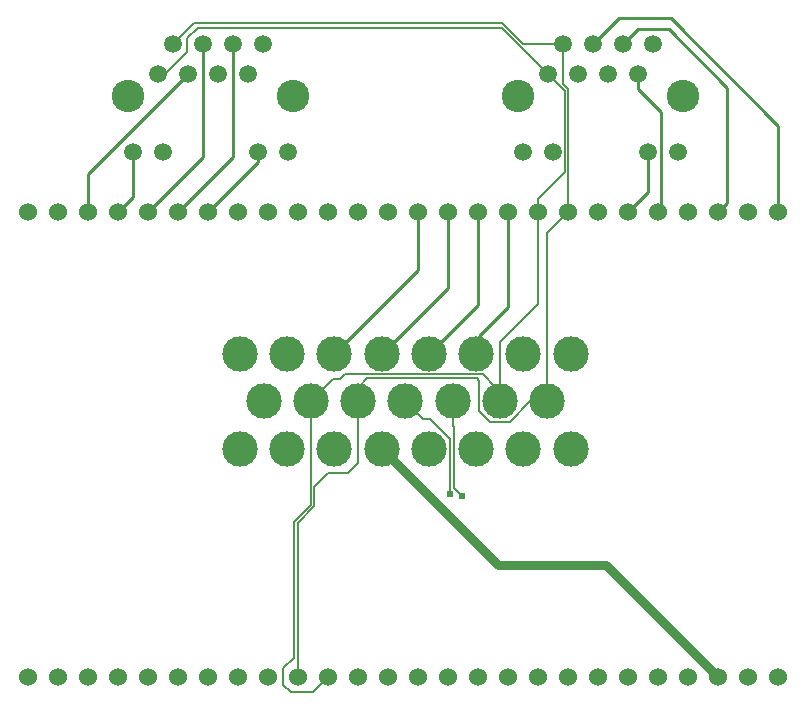
<source format=gtl>
G04 #@! TF.GenerationSoftware,KiCad,Pcbnew,5.0.2-bee76a0~70~ubuntu18.04.1*
G04 #@! TF.CreationDate,2019-05-01T23:50:06-04:00*
G04 #@! TF.ProjectId,external_board,65787465-726e-4616-9c5f-626f6172642e,rev?*
G04 #@! TF.SameCoordinates,Original*
G04 #@! TF.FileFunction,Copper,L1,Top*
G04 #@! TF.FilePolarity,Positive*
%FSLAX46Y46*%
G04 Gerber Fmt 4.6, Leading zero omitted, Abs format (unit mm)*
G04 Created by KiCad (PCBNEW 5.0.2-bee76a0~70~ubuntu18.04.1) date Wed 01 May 2019 11:50:06 PM EDT*
%MOMM*%
%LPD*%
G01*
G04 APERTURE LIST*
G04 #@! TA.AperFunction,ComponentPad*
%ADD10C,3.000000*%
G04 #@! TD*
G04 #@! TA.AperFunction,ComponentPad*
%ADD11C,1.500000*%
G04 #@! TD*
G04 #@! TA.AperFunction,ComponentPad*
%ADD12C,2.750000*%
G04 #@! TD*
G04 #@! TA.AperFunction,ComponentPad*
%ADD13C,1.524000*%
G04 #@! TD*
G04 #@! TA.AperFunction,ViaPad*
%ADD14C,0.609600*%
G04 #@! TD*
G04 #@! TA.AperFunction,Conductor*
%ADD15C,0.152400*%
G04 #@! TD*
G04 #@! TA.AperFunction,Conductor*
%ADD16C,0.762000*%
G04 #@! TD*
G04 #@! TA.AperFunction,Conductor*
%ADD17C,0.254000*%
G04 #@! TD*
G04 APERTURE END LIST*
D10*
G04 #@! TO.P,J1,23*
G04 #@! TO.N,/BSPD_Current_sense*
X165310000Y-77160000D03*
G04 #@! TO.P,J1,17*
G04 #@! TO.N,/Cooling_pressure_sense*
X141310000Y-77160000D03*
G04 #@! TO.P,J1,18*
G04 #@! TO.N,GND*
X145310000Y-77160000D03*
G04 #@! TO.P,J1,19*
G04 #@! TO.N,/Shutdown_IMD*
X149310000Y-77160000D03*
G04 #@! TO.P,J1,20*
G04 #@! TO.N,/Shutdown_Final*
X153310000Y-77160000D03*
G04 #@! TO.P,J1,21*
G04 #@! TO.N,/FAN_PWM*
X157310000Y-77160000D03*
G04 #@! TO.P,J1,22*
G04 #@! TO.N,/Shutdown_E-STOP*
X161310000Y-77160000D03*
G04 #@! TO.P,J1,10*
G04 #@! TO.N,/CAN_LOW*
X143310000Y-73160000D03*
G04 #@! TO.P,J1,11*
G04 #@! TO.N,/CAN_HIGH*
X147310000Y-73160000D03*
G04 #@! TO.P,J1,13*
G04 #@! TO.N,/emeter_CAN_LOW*
X155310000Y-73160000D03*
G04 #@! TO.P,J1,12*
G04 #@! TO.N,/emeter_CAN_HIGH*
X151310000Y-73160000D03*
G04 #@! TO.P,J1,14*
G04 #@! TO.N,/CAN_LOW*
X159310000Y-73160000D03*
G04 #@! TO.P,J1,15*
G04 #@! TO.N,/CAN_HIGH*
X163310000Y-73160000D03*
G04 #@! TO.P,J1,8*
G04 #@! TO.N,/12V*
X165310000Y-69160000D03*
G04 #@! TO.P,J1,7*
G04 #@! TO.N,GND*
X161310000Y-69160000D03*
G04 #@! TO.P,J1,6*
G04 #@! TO.N,/TSAL-_G*
X157310000Y-69160000D03*
G04 #@! TO.P,J1,4*
G04 #@! TO.N,/TSAL-_R*
X149310000Y-69160000D03*
G04 #@! TO.P,J1,5*
G04 #@! TO.N,/TSAL+_G*
X153310000Y-69160000D03*
G04 #@! TO.P,J1,3*
G04 #@! TO.N,/TSAL+_R*
X145310000Y-69160000D03*
G04 #@! TO.P,J1,2*
G04 #@! TO.N,/12V*
X141310000Y-69160000D03*
G04 #@! TO.P,J1,16*
G04 #@! TO.N,/5V_AIR*
X137310000Y-77160000D03*
G04 #@! TO.P,J1,9*
G04 #@! TO.N,GND*
X139310000Y-73160000D03*
G04 #@! TO.P,J1,1*
X137310000Y-69160000D03*
G04 #@! TD*
D11*
G04 #@! TO.P,U1,12*
G04 #@! TO.N,/LED2_BMS*
X128270000Y-52070000D03*
G04 #@! TO.P,U1,11*
G04 #@! TO.N,GND*
X130810000Y-52070000D03*
G04 #@! TO.P,U1,9*
X141370000Y-52070000D03*
G04 #@! TO.P,U1,10*
G04 #@! TO.N,/LED1_BMS*
X138830000Y-52070000D03*
G04 #@! TO.P,U1,1*
G04 #@! TO.N,/CAN_LOW*
X130370000Y-45440000D03*
G04 #@! TO.P,U1,3*
G04 #@! TO.N,/RESET_BMS*
X132910000Y-45440000D03*
G04 #@! TO.P,U1,5*
G04 #@! TO.N,/MISO_BMS*
X135450000Y-45440000D03*
G04 #@! TO.P,U1,7*
G04 #@! TO.N,/5V_BMS*
X137990000Y-45440000D03*
G04 #@! TO.P,U1,2*
G04 #@! TO.N,/CAN_HIGH*
X131640000Y-42900000D03*
G04 #@! TO.P,U1,4*
G04 #@! TO.N,/SCK_BMS*
X134180000Y-42900000D03*
G04 #@! TO.P,U1,6*
G04 #@! TO.N,/MOSI_BMS*
X136720000Y-42900000D03*
G04 #@! TO.P,U1,8*
G04 #@! TO.N,GND*
X139260000Y-42900000D03*
D12*
G04 #@! TO.P,U1,13*
X127870000Y-47320000D03*
G04 #@! TO.P,U1,14*
X141770000Y-47320000D03*
G04 #@! TD*
G04 #@! TO.P,U2,14*
G04 #@! TO.N,GND*
X174790000Y-47320000D03*
G04 #@! TO.P,U2,13*
X160890000Y-47320000D03*
D11*
G04 #@! TO.P,U2,8*
X172280000Y-42900000D03*
G04 #@! TO.P,U2,6*
G04 #@! TO.N,/MOSI_AIR*
X169740000Y-42900000D03*
G04 #@! TO.P,U2,4*
G04 #@! TO.N,/SCK_AIR*
X167200000Y-42900000D03*
G04 #@! TO.P,U2,2*
G04 #@! TO.N,/CAN_HIGH*
X164660000Y-42900000D03*
G04 #@! TO.P,U2,7*
G04 #@! TO.N,/5V_AIR*
X171010000Y-45440000D03*
G04 #@! TO.P,U2,5*
G04 #@! TO.N,/MISO_AIR*
X168470000Y-45440000D03*
G04 #@! TO.P,U2,3*
G04 #@! TO.N,/RESET_AIR*
X165930000Y-45440000D03*
G04 #@! TO.P,U2,1*
G04 #@! TO.N,/CAN_LOW*
X163390000Y-45440000D03*
G04 #@! TO.P,U2,10*
G04 #@! TO.N,/LED1_AIR*
X171850000Y-52070000D03*
G04 #@! TO.P,U2,9*
G04 #@! TO.N,GND*
X174390000Y-52070000D03*
G04 #@! TO.P,U2,11*
X163830000Y-52070000D03*
G04 #@! TO.P,U2,12*
G04 #@! TO.N,/LED2_AIR*
X161290000Y-52070000D03*
G04 #@! TD*
D13*
G04 #@! TO.P,J9,21*
G04 #@! TO.N,Net-(J9-Pad21)*
X170180000Y-96520000D03*
G04 #@! TO.P,J9,26*
G04 #@! TO.N,/Cooling_pressure_sense*
X182880000Y-96520000D03*
G04 #@! TO.P,J9,25*
G04 #@! TO.N,Net-(J9-Pad25)*
X180340000Y-96520000D03*
G04 #@! TO.P,J9,23*
G04 #@! TO.N,Net-(J9-Pad23)*
X175260000Y-96520000D03*
G04 #@! TO.P,J9,22*
G04 #@! TO.N,/Shutdown_E-STOP*
X172720000Y-96520000D03*
G04 #@! TO.P,J9,24*
G04 #@! TO.N,/Shutdown_IMD*
X177800000Y-96520000D03*
G04 #@! TO.P,J9,12*
G04 #@! TO.N,GND*
X147320000Y-96520000D03*
G04 #@! TO.P,J9,14*
G04 #@! TO.N,Net-(J9-Pad14)*
X152400000Y-96520000D03*
G04 #@! TO.P,J9,18*
G04 #@! TO.N,GND*
X162560000Y-96520000D03*
G04 #@! TO.P,J9,17*
G04 #@! TO.N,/emeter_CAN_HIGH*
X160020000Y-96520000D03*
G04 #@! TO.P,J9,16*
G04 #@! TO.N,/5V_AIR*
X157480000Y-96520000D03*
G04 #@! TO.P,J9,11*
G04 #@! TO.N,/CAN_LOW*
X144780000Y-96520000D03*
G04 #@! TO.P,J9,15*
G04 #@! TO.N,Net-(J9-Pad15)*
X154940000Y-96520000D03*
G04 #@! TO.P,J9,20*
G04 #@! TO.N,/Shutdown_Final*
X167640000Y-96520000D03*
G04 #@! TO.P,J9,13*
G04 #@! TO.N,/12V*
X149860000Y-96520000D03*
G04 #@! TO.P,J9,19*
G04 #@! TO.N,/emeter_CAN_LOW*
X165100000Y-96520000D03*
G04 #@! TO.P,J9,7*
G04 #@! TO.N,GND*
X134620000Y-96520000D03*
G04 #@! TO.P,J9,9*
X139700000Y-96520000D03*
G04 #@! TO.P,J9,6*
G04 #@! TO.N,Net-(J9-Pad6)*
X132080000Y-96520000D03*
G04 #@! TO.P,J9,10*
G04 #@! TO.N,/CAN_HIGH*
X142240000Y-96520000D03*
G04 #@! TO.P,J9,8*
G04 #@! TO.N,/12V*
X137160000Y-96520000D03*
G04 #@! TO.P,J9,5*
G04 #@! TO.N,Net-(J9-Pad5)*
X129540000Y-96520000D03*
G04 #@! TO.P,J9,4*
G04 #@! TO.N,/BSPD_Current_sense*
X127000000Y-96520000D03*
G04 #@! TO.P,J9,3*
G04 #@! TO.N,/FAN_PWM*
X124460000Y-96520000D03*
G04 #@! TO.P,J9,2*
G04 #@! TO.N,/12V*
X121920000Y-96520000D03*
G04 #@! TO.P,J9,1*
G04 #@! TO.N,GND*
X119380000Y-96520000D03*
G04 #@! TD*
G04 #@! TO.P,J10,1*
G04 #@! TO.N,/SCK_AIR*
X182880000Y-57150000D03*
G04 #@! TO.P,J10,2*
G04 #@! TO.N,/RESET_AIR*
X180340000Y-57150000D03*
G04 #@! TO.P,J10,3*
G04 #@! TO.N,/MOSI_AIR*
X177800000Y-57150000D03*
G04 #@! TO.P,J10,4*
G04 #@! TO.N,/MISO_AIR*
X175260000Y-57150000D03*
G04 #@! TO.P,J10,5*
G04 #@! TO.N,/5V_AIR*
X172720000Y-57150000D03*
G04 #@! TO.P,J10,8*
G04 #@! TO.N,/CAN_HIGH*
X165100000Y-57150000D03*
G04 #@! TO.P,J10,10*
G04 #@! TO.N,/TSAL-_G*
X160020000Y-57150000D03*
G04 #@! TO.P,J10,6*
G04 #@! TO.N,/LED1_AIR*
X170180000Y-57150000D03*
G04 #@! TO.P,J10,9*
G04 #@! TO.N,/CAN_LOW*
X162560000Y-57150000D03*
G04 #@! TO.P,J10,7*
G04 #@! TO.N,/LED2_AIR*
X167640000Y-57150000D03*
G04 #@! TO.P,J10,19*
G04 #@! TO.N,Net-(J10-Pad19)*
X137160000Y-57150000D03*
G04 #@! TO.P,J10,13*
G04 #@! TO.N,/TSAL+_R*
X152400000Y-57150000D03*
G04 #@! TO.P,J10,20*
G04 #@! TO.N,/LED1_BMS*
X134620000Y-57150000D03*
G04 #@! TO.P,J10,15*
G04 #@! TO.N,Net-(J10-Pad15)*
X147320000Y-57150000D03*
G04 #@! TO.P,J10,11*
G04 #@! TO.N,/TSAL+_G*
X157480000Y-57150000D03*
G04 #@! TO.P,J10,16*
G04 #@! TO.N,Net-(J10-Pad16)*
X144780000Y-57150000D03*
G04 #@! TO.P,J10,17*
G04 #@! TO.N,Net-(J10-Pad17)*
X142240000Y-57150000D03*
G04 #@! TO.P,J10,18*
G04 #@! TO.N,Net-(J10-Pad18)*
X139700000Y-57150000D03*
G04 #@! TO.P,J10,14*
G04 #@! TO.N,Net-(J10-Pad14)*
X149860000Y-57150000D03*
G04 #@! TO.P,J10,12*
G04 #@! TO.N,/TSAL-_R*
X154940000Y-57150000D03*
G04 #@! TO.P,J10,24*
G04 #@! TO.N,/RESET_BMS*
X124460000Y-57150000D03*
G04 #@! TO.P,J10,22*
G04 #@! TO.N,/SCK_BMS*
X129540000Y-57150000D03*
G04 #@! TO.P,J10,23*
G04 #@! TO.N,/LED2_BMS*
X127000000Y-57150000D03*
G04 #@! TO.P,J10,25*
G04 #@! TO.N,/MISO_BMS*
X121920000Y-57150000D03*
G04 #@! TO.P,J10,26*
G04 #@! TO.N,/5V_BMS*
X119380000Y-57150000D03*
G04 #@! TO.P,J10,21*
G04 #@! TO.N,/MOSI_BMS*
X132080000Y-57150000D03*
G04 #@! TD*
D14*
G04 #@! TO.N,/emeter_CAN_LOW*
X156080000Y-81190000D03*
G04 #@! TO.N,/emeter_CAN_HIGH*
X155090000Y-81040000D03*
G04 #@! TD*
D15*
G04 #@! TO.N,/CAN_LOW*
X143310000Y-73160000D02*
X145223000Y-71247000D01*
X159310000Y-73160000D02*
X159310000Y-68147000D01*
X162560000Y-64897000D02*
X162560000Y-57150000D01*
X159310000Y-68147000D02*
X162560000Y-64897000D01*
X164813000Y-46863000D02*
X164813000Y-53754000D01*
X162560000Y-56007000D02*
X162560000Y-57150000D01*
X164813000Y-53754000D02*
X162560000Y-56007000D01*
X163390000Y-45440000D02*
X164813000Y-46863000D01*
X130963000Y-45440000D02*
X130370000Y-45440000D01*
X132842000Y-43561000D02*
X130963000Y-45440000D01*
X163390000Y-45440000D02*
X159479000Y-41529000D01*
X159479000Y-41529000D02*
X133731000Y-41529000D01*
X133731000Y-41529000D02*
X132842000Y-42418000D01*
X132842000Y-42418000D02*
X132842000Y-43561000D01*
X144780000Y-96520000D02*
X143510000Y-97790000D01*
X143510000Y-97790000D02*
X141605000Y-97790000D01*
X141605000Y-97790000D02*
X140970000Y-97155000D01*
X140970000Y-97155000D02*
X140970000Y-95758000D01*
X140970000Y-95758000D02*
X141859000Y-94869000D01*
X143310000Y-75281320D02*
X143310000Y-73160000D01*
X143310000Y-81937934D02*
X143310000Y-75281320D01*
X141859000Y-83388934D02*
X143310000Y-81937934D01*
X141859000Y-94869000D02*
X141859000Y-83388934D01*
X145223000Y-71247000D02*
X145803000Y-71247000D01*
X146161399Y-70888601D02*
X157898601Y-70888601D01*
X145803000Y-71247000D02*
X146161399Y-70888601D01*
X157898601Y-70888601D02*
X158940000Y-71930000D01*
G04 #@! TO.N,/CAN_HIGH*
X163310000Y-71038680D02*
X163322000Y-71026680D01*
X163310000Y-73160000D02*
X163310000Y-71038680D01*
X163322000Y-58928000D02*
X165100000Y-57150000D01*
X163322000Y-71026680D02*
X163322000Y-58928000D01*
X165117810Y-57132190D02*
X165100000Y-57150000D01*
X164660000Y-46278934D02*
X165117810Y-46736744D01*
X165117810Y-46736744D02*
X165117810Y-57132190D01*
X164660000Y-42900000D02*
X164660000Y-46278934D01*
X164660000Y-42900000D02*
X161281066Y-42900000D01*
X161281066Y-42900000D02*
X159529066Y-41148000D01*
X133392000Y-41148000D02*
X131640000Y-42900000D01*
X159529066Y-41148000D02*
X133392000Y-41148000D01*
X146431000Y-79248000D02*
X147310000Y-78369000D01*
X144780000Y-79248000D02*
X146431000Y-79248000D01*
X142240000Y-96520000D02*
X142240000Y-83439000D01*
X142240000Y-83439000D02*
X143614810Y-82064190D01*
X147310000Y-78369000D02*
X147310000Y-73160000D01*
X143614810Y-80413190D02*
X144780000Y-79248000D01*
X143614810Y-82064190D02*
X143614810Y-80413190D01*
X157581399Y-73989729D02*
X157581399Y-71418601D01*
X160139729Y-74888601D02*
X158480271Y-74888601D01*
X158480271Y-74888601D02*
X157581399Y-73989729D01*
X163310000Y-73160000D02*
X161868330Y-73160000D01*
X161868330Y-73160000D02*
X160139729Y-74888601D01*
X157581399Y-71418601D02*
X157356209Y-71193411D01*
X157356209Y-71193411D02*
X148076589Y-71193411D01*
X148076589Y-71193411D02*
X147350000Y-71920000D01*
D16*
G04 #@! TO.N,/Shutdown_IMD*
X149550000Y-77160000D02*
X149310000Y-77160000D01*
X149310000Y-77160000D02*
X159145000Y-86995000D01*
X168275000Y-86995000D02*
X177800000Y-96520000D01*
X159145000Y-86995000D02*
X168275000Y-86995000D01*
D17*
G04 #@! TO.N,/TSAL-_G*
X157530599Y-68939401D02*
X157310000Y-69160000D01*
X157530599Y-67669401D02*
X157530599Y-68939401D01*
X160020000Y-65180000D02*
X157530599Y-67669401D01*
X160020000Y-57150000D02*
X160020000Y-65180000D01*
D15*
G04 #@! TO.N,/TSAL-_R*
X154940000Y-57150000D02*
X154940000Y-62260000D01*
D17*
X154940000Y-63530000D02*
X154940000Y-57150000D01*
X149310000Y-69160000D02*
X154940000Y-63530000D01*
D15*
G04 #@! TO.N,/TSAL+_G*
X157480000Y-63720000D02*
X157480000Y-57150000D01*
D17*
X157480000Y-64990000D02*
X157480000Y-57150000D01*
X153310000Y-69160000D02*
X157480000Y-64990000D01*
D15*
G04 #@! TO.N,/TSAL+_R*
X152400000Y-57150000D02*
X152400000Y-60800000D01*
D17*
X152400000Y-62070000D02*
X152400000Y-57150000D01*
X145310000Y-69160000D02*
X152400000Y-62070000D01*
G04 #@! TO.N,/5V_AIR*
X172974000Y-56896000D02*
X172720000Y-57150000D01*
X171010000Y-46710000D02*
X172974000Y-48674000D01*
X172974000Y-48674000D02*
X172974000Y-56896000D01*
X171010000Y-45440000D02*
X171010000Y-46710000D01*
G04 #@! TO.N,/MOSI_AIR*
X178561999Y-56388001D02*
X177800000Y-57150000D01*
X178561999Y-46609000D02*
X178561999Y-56388001D01*
X173608999Y-41656000D02*
X178561999Y-46609000D01*
X170984000Y-41656000D02*
X173608999Y-41656000D01*
X169740000Y-42900000D02*
X170984000Y-41656000D01*
G04 #@! TO.N,/SCK_AIR*
X167949999Y-42150001D02*
X167200000Y-42900000D01*
X169358410Y-40741590D02*
X167949999Y-42150001D01*
X182880000Y-49844250D02*
X173777340Y-40741590D01*
X173777340Y-40741590D02*
X169358410Y-40741590D01*
X182880000Y-57150000D02*
X182880000Y-49844250D01*
G04 #@! TO.N,/LED1_AIR*
X171850000Y-55480000D02*
X171850000Y-52070000D01*
X170180000Y-57150000D02*
X171850000Y-55480000D01*
D15*
G04 #@! TO.N,/MOSI_BMS*
X136720000Y-52510000D02*
X136720000Y-44170000D01*
D17*
X136720000Y-52510000D02*
X136720000Y-42900000D01*
X132080000Y-57150000D02*
X136720000Y-52510000D01*
D15*
G04 #@! TO.N,/SCK_BMS*
X134180000Y-52510000D02*
X134180000Y-44170000D01*
D17*
X134180000Y-52510000D02*
X134180000Y-42900000D01*
X129540000Y-57150000D02*
X134180000Y-52510000D01*
D15*
G04 #@! TO.N,/RESET_BMS*
X124460000Y-57150000D02*
X124460000Y-55160000D01*
D17*
X124460000Y-53890000D02*
X132910000Y-45440000D01*
X124460000Y-57150000D02*
X124460000Y-53890000D01*
D15*
G04 #@! TO.N,/LED1_BMS*
X134620000Y-57150000D02*
X138430000Y-53340000D01*
D17*
X138830000Y-52940000D02*
X138830000Y-52070000D01*
X134620000Y-57150000D02*
X138830000Y-52940000D01*
G04 #@! TO.N,/LED2_BMS*
X128270000Y-55880000D02*
X128270000Y-52070000D01*
X127000000Y-57150000D02*
X128270000Y-55880000D01*
D15*
G04 #@! TO.N,/emeter_CAN_LOW*
X155394810Y-80504810D02*
X156080000Y-81190000D01*
X155394810Y-75366130D02*
X155394810Y-80504810D01*
X155310000Y-73160000D02*
X155310000Y-75281320D01*
X155310000Y-75281320D02*
X155394810Y-75366130D01*
G04 #@! TO.N,/emeter_CAN_HIGH*
X153368329Y-74659999D02*
X155090000Y-76381670D01*
X155090000Y-76381670D02*
X155090000Y-81040000D01*
X151310000Y-73160000D02*
X152809999Y-74659999D01*
X152809999Y-74659999D02*
X153368329Y-74659999D01*
G04 #@! TD*
M02*

</source>
